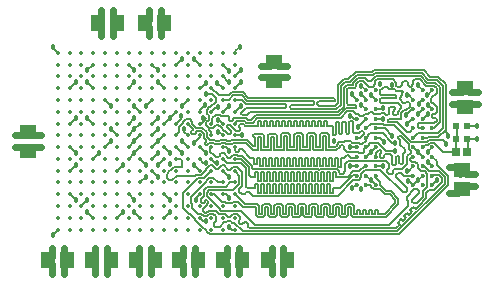
<source format=gtl>
%FSTAX23Y23*%
%MOIN*%
%SFA1B1*%

%IPPOS*%
%AMD10*
4,1,4,0.000000,-0.003500,0.003500,0.000000,0.000000,0.003500,-0.003500,0.000000,0.000000,-0.003500,0.0*
%
%AMD15*
4,1,4,0.003500,0.000000,0.000000,0.003500,-0.003500,0.000000,0.000000,-0.003500,0.003500,0.000000,0.0*
%
G04~CAMADD=10~10~0.0~50.2~0.0~0.0~0.0~0.0~0~0.0~0.0~0.0~0.0~0~0.0~0.0~0.0~0.0~0~0.0~0.0~0.0~225.0~50.2~0.0*
%ADD10D10*%
%ADD11C,0.013800*%
%ADD12C,0.014200*%
%ADD13R,0.057100X0.051200*%
%ADD14R,0.051200X0.057100*%
G04~CAMADD=15~10~0.0~50.2~0.0~0.0~0.0~0.0~0~0.0~0.0~0.0~0.0~0~0.0~0.0~0.0~0.0~0~0.0~0.0~0.0~315.0~50.2~0.0*
%ADD15D15*%
%ADD16R,0.025200X0.025200*%
%ADD17R,0.021700X0.023600*%
%ADD18C,0.005000*%
%ADD19C,0.024000*%
%ADD20C,0.018000*%
%LNdemo_board-1*%
%LPD*%
G54D10*
X04801Y02665D03*
X04794Y02672D03*
X04002Y02687D03*
X04009Y0268D03*
G54D11*
X03897Y02657D03*
X03937Y02696D03*
X03503Y02933D03*
X03543D03*
X03582D03*
X03622D03*
X03661D03*
X037D03*
X0374D03*
X03779D03*
X03818D03*
X03858D03*
X03897D03*
X03937D03*
X03976D03*
X04015D03*
X04055D03*
X04094D03*
X03503Y02893D03*
X03543D03*
X03582D03*
X03622D03*
X03661D03*
X037D03*
X0374D03*
X03779D03*
X03818D03*
X03858D03*
X03897D03*
X03937D03*
X03976D03*
X04015D03*
X04055D03*
X04094D03*
X03503Y02854D03*
X03543D03*
X03582D03*
X03622D03*
X03661D03*
X037D03*
X0374D03*
X03779D03*
X03818D03*
X03858D03*
X03897D03*
X03937D03*
X03976D03*
X04015D03*
X04055D03*
X04094D03*
X03503Y02815D03*
X03543D03*
X03582D03*
X03622D03*
X03661D03*
X037D03*
X0374D03*
X03779D03*
X03818D03*
X03858D03*
X03897D03*
X03937D03*
X03976D03*
X04015D03*
X04055D03*
X04094D03*
X03503Y02775D03*
X03543D03*
X03582D03*
X03622D03*
X03661D03*
X037D03*
X0374D03*
X03779D03*
X03818D03*
X03858D03*
X03897D03*
X03937D03*
X03976D03*
X04015D03*
X04055D03*
X04094D03*
X03503Y02736D03*
X03543D03*
X03582D03*
X03622D03*
X03661D03*
X037D03*
X0374D03*
X03779D03*
X03818D03*
X03858D03*
X03897D03*
X03937D03*
X03976D03*
X04015D03*
X04055D03*
X04094D03*
X03503Y02696D03*
X03543D03*
X03582D03*
X03622D03*
X03661D03*
X037D03*
X0374D03*
X03779D03*
X03818D03*
X03858D03*
X03897D03*
X03976D03*
X04015D03*
X04055D03*
X04094D03*
X03503Y02657D03*
X03543D03*
X03582D03*
X03622D03*
X03661D03*
X037D03*
X0374D03*
X03779D03*
X03818D03*
X03858D03*
X03937D03*
X03976D03*
X04015D03*
X04055D03*
X04094D03*
X03503Y02618D03*
X03543D03*
X03582D03*
X03622D03*
X03661D03*
X037D03*
X0374D03*
X03779D03*
X03818D03*
X03858D03*
X03897D03*
X03937D03*
X03976D03*
X04015D03*
X04055D03*
X04094D03*
X03503Y02578D03*
X03543D03*
X03582D03*
X03622D03*
X03661D03*
X037D03*
X0374D03*
X03779D03*
X03818D03*
X03858D03*
X03897D03*
X03937D03*
X03976D03*
X04015D03*
X04055D03*
X04094D03*
X03503Y02539D03*
X03543D03*
X03582D03*
X03622D03*
X03661D03*
X037D03*
X0374D03*
X03779D03*
X03818D03*
X03858D03*
X03897D03*
X03937D03*
X03976D03*
X04015D03*
X04055D03*
X04094D03*
X03503Y025D03*
X03543D03*
X03582D03*
X03622D03*
X03661D03*
X037D03*
X0374D03*
X03779D03*
X03818D03*
X03858D03*
X03897D03*
X03937D03*
X03976D03*
X04015D03*
X04055D03*
X04094D03*
X03503Y0246D03*
X03543D03*
X03582D03*
X03622D03*
X03661D03*
X037D03*
X0374D03*
X03779D03*
X03818D03*
X03858D03*
X03897D03*
X03937D03*
X03976D03*
X04055D03*
X03503Y02421D03*
X03543D03*
X03582D03*
X03622D03*
X03661D03*
X037D03*
X0374D03*
X03779D03*
X03818D03*
X03858D03*
X03897D03*
X03937D03*
X03976D03*
X04015D03*
X04055D03*
X04094D03*
X03503Y02381D03*
X03543D03*
X03582D03*
X03622D03*
X03661D03*
X037D03*
X0374D03*
X03779D03*
X03818D03*
X03858D03*
X03897D03*
X03937D03*
X03976D03*
X04015D03*
X04055D03*
X04094D03*
X03503Y02342D03*
X03543D03*
X03582D03*
X03622D03*
X03661D03*
X037D03*
X0374D03*
X03779D03*
X03818D03*
X03858D03*
X03897D03*
X03937D03*
X03976D03*
X04015D03*
X04055D03*
X04094D03*
Y0246D03*
X04015D03*
G54D12*
X04531Y02618D03*
Y02649D03*
Y02807D03*
X04563D03*
X04689D03*
X0472D03*
X04752D03*
X045Y02775D03*
X04531D03*
X04563D03*
X04689D03*
X0472D03*
X04531Y02744D03*
X04563D03*
X04689D03*
X0472D03*
X04752D03*
X045Y02712D03*
X04531D03*
X04563D03*
X04689D03*
X0472D03*
X04531Y02681D03*
X04563D03*
X04689D03*
X0472D03*
X04752D03*
X045Y02649D03*
X04563D03*
X04689D03*
X0472D03*
X045Y02618D03*
X04563D03*
X04689D03*
X0472D03*
X04752D03*
X045Y02586D03*
X04531D03*
X04563D03*
X04689D03*
X0472D03*
X04752D03*
X045Y02555D03*
X04531D03*
X04563D03*
X04689D03*
X0472D03*
X04752D03*
X045Y02523D03*
X04531D03*
X04563D03*
X04689D03*
X0472D03*
X04752D03*
X045Y02492D03*
X04531D03*
X04563D03*
X04689D03*
X0472D03*
X04752D03*
G54D13*
X04224Y02901D03*
Y02838D03*
X03405Y02606D03*
Y02669D03*
X04862Y02815D03*
Y02752D03*
X04852Y02477D03*
Y0254D03*
G54D14*
X03795Y03031D03*
X03858D03*
X03472Y0224D03*
X03535D03*
X03637Y03031D03*
X037D03*
X03763Y0224D03*
X03826D03*
X03618D03*
X03681D03*
X03909D03*
X03972D03*
X04055D03*
X04118D03*
X04204D03*
X04267D03*
G54D15*
X04544Y0263D03*
X04537Y02623D03*
X04542Y02661D03*
X04535Y02653D03*
G54D16*
X04868Y02602D03*
X04832D03*
G54D17*
X04831Y02645D03*
X04869D03*
Y02689D03*
X04831D03*
G54D18*
X03997Y02794D02*
X04017D01*
X03999Y02697D02*
Y027D01*
X04006Y02707*
Y02724*
X04001Y02729D02*
X04006Y02724D01*
X04001Y02729D02*
Y02742D01*
X04009Y0275*
X04011*
X0403Y02769*
Y02781*
X04017Y02794D02*
X0403Y02781D01*
X03994Y02714D02*
X03996Y02712D01*
X03989Y02714D02*
X03994D01*
X04019Y027D02*
Y02714D01*
X04015Y02696D02*
X04019Y027D01*
Y02714D02*
X0403Y02725D01*
X03976Y02736D02*
Y02742D01*
X03993Y02759*
X04032Y02753D02*
X04037D01*
X04015Y02736D02*
X04032Y02753D01*
X0404Y0279D02*
X04074D01*
X04015Y02815D02*
X0404Y0279D01*
X0398Y02696D02*
X03996Y02712D01*
X03999Y0269D02*
Y02695D01*
Y0269D02*
X04002Y02687D01*
X04009Y0268D02*
X04012Y02682D01*
X04646Y02713D02*
X04648Y02715D01*
X04607Y02713D02*
X04646D01*
X04603Y02709D02*
X04607Y02713D01*
X04627Y02753D02*
X04629Y02751D01*
Y02745D02*
Y02751D01*
X04621Y02736D02*
X04629Y02745D01*
X04611Y02753D02*
X04627D01*
X04621Y02728D02*
Y02736D01*
X04581Y02765D02*
X04638D01*
X04577Y02769D02*
X04581Y02765D01*
X04577Y02769D02*
Y02777D01*
X04638Y02765D02*
X04649Y02754D01*
X04676Y02668D02*
X04689Y02681D01*
X04669Y02668D02*
X04676D01*
X04635Y02702D02*
X04669Y02668D01*
X0466Y02765D02*
X04663Y02768D01*
X04672D02*
X04676Y02764D01*
X04663Y02768D02*
X04672D01*
X04655Y02765D02*
X0466D01*
X04643Y02777D02*
X04655Y02765D01*
X04643Y02777D02*
Y02783D01*
X04653Y02806D02*
X04655Y02804D01*
Y028D02*
Y02804D01*
X04652Y02798D02*
X04655Y028D01*
X04632Y02806D02*
X04653D01*
X04643Y02783D02*
X04652Y02792D01*
Y02798*
X04577Y02796D02*
Y02808D01*
Y02796D02*
X04581Y02792D01*
X04577Y02808D02*
X0458Y02811D01*
X04585*
X04581Y02792D02*
X0463D01*
X04628Y0281D02*
X04632Y02806D01*
X04609Y0281D02*
X04628D01*
X04637Y02817D02*
X04645D01*
X04632Y02823D02*
X04637Y02817D01*
X04601D02*
X04609Y0281D01*
X04592Y02817D02*
X04601D01*
X04585Y02811D02*
X04592Y02817D01*
X0463Y02792D02*
X04632Y0279D01*
X04607Y02729D02*
Y02749D01*
X04577Y02727D02*
X04582Y02731D01*
X04559Y02727D02*
X04577D01*
X04582Y02731D02*
X04591D01*
X04469Y02737D02*
X04489D01*
X04498Y02727*
X04505*
X0451Y02722*
X0452*
X04527Y02729*
X04537*
X04446Y02714D02*
X04469Y02737D01*
X04485Y02704D02*
X04487Y02701D01*
X04477Y02704D02*
X04485D01*
X04475Y02701D02*
X04477Y02704D01*
X04475Y02666D02*
Y02701D01*
X04472Y02663D02*
X04475Y02666D01*
X04467Y02663D02*
X04472D01*
X04463Y02667D02*
X04467Y02663D01*
X04463Y02667D02*
Y027D01*
X0446Y02703D02*
X04463Y027D01*
X04455Y02703D02*
X0446D01*
X04452Y027D02*
X04455Y02703D01*
X04503Y02685D02*
D01*
X04514Y02672D02*
X04519D01*
X04507Y02665D02*
X04514Y02672D01*
X0449Y02665D02*
X04507D01*
X04487Y02668D02*
Y02701D01*
X04503Y02685D02*
X04531Y02712D01*
X04487Y02668D02*
X0449Y02665D01*
X04591Y02731D02*
X04598Y02724D01*
X0455Y02736D02*
X04559Y02727D01*
X04544Y02736D02*
X0455D01*
X04537Y02729D02*
X04544Y02736D01*
X04763Y02641D02*
X04787D01*
X04799Y02629*
X04801Y02658D02*
X04804Y02656D01*
X04771Y02651D02*
X04797Y02676D01*
X04767Y02651D02*
X04771D01*
X04787Y0268D02*
Y02823D01*
X0477Y02664D02*
X04787Y0268D01*
X04703Y02664D02*
X0477D01*
X04757Y02681D02*
X04777Y027D01*
X04752Y02681D02*
X04757D01*
X04801Y02658D02*
Y02665D01*
X04797Y02676D02*
Y02827D01*
X04777Y027D02*
Y02819D01*
X04766Y02705D02*
Y02712D01*
X04759Y02698D02*
X04766Y02705D01*
X04835Y02645D02*
Y02689D01*
X04831Y02606D02*
X04835Y02603D01*
X04832Y02602D02*
X04832Y02603D01*
X04835*
X04831Y02606D02*
Y02645D01*
X04788Y02602D02*
X04832D01*
X04758Y02632D02*
X04788Y02602D01*
X04762Y02642D02*
X04763Y02641D01*
X04766Y02652D02*
X04767Y02651D01*
X04741Y02642D02*
X04762D01*
X04737Y02652D02*
X04766D01*
X04794Y02672D02*
X04801Y02665D01*
X04002Y02687D02*
X04009Y0268D01*
X04563Y02586D02*
Y02598D01*
X04655Y02566D02*
Y02594D01*
X04638Y02648D02*
X04645Y02641D01*
Y02626D02*
X04661Y0261D01*
X04655Y02594D02*
X04661Y026D01*
Y0261*
X04645Y02626D02*
Y02641D01*
X04646Y02656D02*
X04674Y02628D01*
Y02612D02*
Y02628D01*
X04669Y02563D02*
Y02587D01*
X04651Y02545D02*
X04669Y02563D01*
Y02587D02*
X04681Y02599D01*
X04674Y02612D02*
X04681Y02605D01*
Y02599D02*
Y02605D01*
X04684Y02569D02*
X04694D01*
X04679Y02574D02*
X04684Y02569D01*
X04679Y02574D02*
Y0258D01*
X04685Y02586*
X04689*
X04638Y02653D02*
X04641Y02656D01*
X04646*
X04625Y02692D02*
X04674Y02643D01*
X0459Y02692D02*
X04625D01*
X04674Y02643D02*
Y02643D01*
Y02643D02*
X04682Y02635D01*
X04734D02*
X04741Y02642D01*
X04682Y02635D02*
X04734D01*
X04587Y02696D02*
X0459Y02692D01*
X04548Y02696D02*
X04587D01*
X04547Y02696D02*
X04548Y02696D01*
X04734Y02649D02*
X04737Y02652D01*
X0472Y02649D02*
X04734D01*
X04745Y02632D02*
X04758D01*
X04738Y02625D02*
X04745Y02632D01*
X04727Y02625D02*
X04738D01*
X0472Y02618D02*
X04727Y02625D01*
X04605Y02702D02*
X04635D01*
X04603Y02705D02*
X04605Y02702D01*
X04593Y02681D02*
X04619Y02655D01*
X04563Y02681D02*
X04593D01*
X04752Y02586D02*
X04767Y0257D01*
X04804Y02491D02*
Y02523D01*
X04767Y0257D02*
D01*
Y02559D02*
Y0257D01*
Y02559D02*
X04782Y02544D01*
X04782*
X04804Y02523*
X04794Y02496D02*
Y02518D01*
X04752Y02524D02*
X04774D01*
X04784Y025D02*
Y02514D01*
X04774Y02538D02*
X04778Y02534D01*
X04778*
X04794Y02518*
X04774Y02524D02*
X04784Y02514D01*
X0474Y02538D02*
X04774D01*
X04039Y02673D02*
X04055Y02657D01*
X04563Y02744D02*
X04586D01*
X04096Y02535D02*
X04097Y02536D01*
X04537Y02623D02*
X04544Y0263D01*
X04535Y02653D02*
X04542Y02661D01*
X04873Y02645D02*
X04901D01*
X04872Y02645D02*
X04873Y02645D01*
X04872Y02602D02*
Y02645D01*
X04873Y02689D02*
X04901D01*
X04001Y02624D02*
X04009Y02632D01*
X03996Y02624D02*
X04001D01*
X03993Y02627D02*
X03996Y02624D01*
X04009Y02632D02*
X04021D01*
X03993Y02627D02*
Y02631D01*
X03997Y02635*
X04102Y02631D02*
X0413D01*
X041Y02632D02*
X04102Y02631D01*
X04159Y02663D02*
X04184D01*
X04155Y02659D02*
X04159Y02663D01*
X04155Y02654D02*
Y02659D01*
Y02654D02*
X04158Y0265D01*
X04158*
X0416Y0262D02*
Y02648D01*
X04158Y0265D02*
X0416Y02648D01*
X03884Y02546D02*
X03891Y02553D01*
X03883Y02546D02*
X03884D01*
X03872Y02536D02*
X03883Y02546D01*
X03872Y02533D02*
Y02536D01*
X03866Y02526D02*
X03872Y02533D01*
X03897Y02578D02*
X03913D01*
X03919Y02572*
Y02553D02*
Y02572D01*
X03917Y02551D02*
X03919Y02553D01*
X03906Y02551D02*
X03917D01*
X03897Y02618D02*
X03917Y02598D01*
X03903Y02553D02*
X03906Y02551D01*
X03891Y02553D02*
X03903D01*
X03885Y02507D02*
X039Y02523D01*
X03874Y02507D02*
X03885D01*
X03866Y02515D02*
X03874Y02507D01*
X039Y02523D02*
X0396D01*
X03962Y02525*
X03932Y02475D02*
X03951Y02494D01*
X03931Y02475D02*
X03932D01*
X03922Y02466D02*
X03931Y02475D01*
X03922Y02415D02*
Y02466D01*
X03866Y02515D02*
Y02526D01*
X03956Y02559D02*
X03976Y02539D01*
X03962Y02525D02*
X03982D01*
X03998Y0254*
Y02545*
X03991Y02515D02*
X04015Y02539D01*
X03971Y02515D02*
X03991D01*
X03951Y02495D02*
X03971Y02515D01*
X03917Y02755D02*
D01*
X03937Y02775*
X04039Y02712D02*
X04055Y02696D01*
X03798Y02755D02*
X03818Y02775D01*
X03798Y02755D02*
X03798D01*
X0465Y02562D02*
X04655Y02566D01*
X04055Y02893D02*
X04075Y02873D01*
Y02873D02*
Y02873D01*
X04094Y02937D02*
X0411Y02952D01*
X04114Y02874D02*
D01*
X04072Y02836D02*
X04073D01*
X04055Y02854D02*
X04072Y02836D01*
X04658Y02839D02*
X04665D01*
X04652Y02833D02*
X04658Y02839D01*
X04652Y02824D02*
Y02833D01*
X04676Y02819D02*
X04681D01*
X0467Y02825D02*
X04676Y02819D01*
X0467Y02825D02*
Y02834D01*
X04665Y02839D02*
X0467Y02834D01*
X04688Y02837D02*
X04694Y02844D01*
X0471*
X04681Y02819D02*
X04688Y02827D01*
Y02837*
X04645Y02817D02*
X04652Y02824D01*
X04632Y02823D02*
Y02833D01*
X04622Y02844D02*
X04632Y02833D01*
X04568Y02844D02*
X04622D01*
X04749Y0278D02*
X04766Y02798D01*
X04749Y02768D02*
Y0278D01*
X04766Y02735D02*
Y02751D01*
X04756Y0276D02*
X04766Y02751D01*
X04756Y0276D02*
D01*
X04749Y02768D02*
X04756Y0276D01*
X04749Y0278D02*
D01*
X04766Y02798D02*
Y02816D01*
X04703Y02684D02*
Y02695D01*
X04705Y02698*
X04703Y02684D02*
X04706Y02681D01*
X04705Y02698D02*
X04733D01*
X04734Y02698D02*
X04759D01*
X0472Y02681D02*
D01*
X04706D02*
X0472D01*
X04733Y02698D02*
X04734Y02698D01*
X04077Y02705D02*
X04083D01*
X04074Y02708D02*
X04077Y02705D01*
X04074Y02708D02*
Y02718D01*
X04049Y02721D02*
X04071D01*
X0403Y02725D02*
X04046D01*
X04049Y02721*
X04071D02*
X04074Y02718D01*
X04632Y02782D02*
Y0279D01*
X0463Y0278D02*
X04632Y02782D01*
X0458Y0278D02*
X0463D01*
X04577Y02777D02*
X0458Y0278D01*
X04563Y02598D02*
X04574Y02609D01*
X04563Y02586D02*
X04563D01*
X04638Y02648D02*
Y02653D01*
X0457Y02632D02*
X04597Y02606D01*
X04611Y02596D02*
X04619Y02588D01*
Y0256D02*
Y02588D01*
Y0256D02*
X04621Y02558D01*
X04628*
X0463Y02561*
Y02586*
X04633Y02589*
X04638*
X04642Y02585*
Y02565D02*
Y02585D01*
Y02565D02*
X04646Y02562D01*
X0465*
X04598Y02596D02*
X04611D01*
X04589Y02582D02*
X04592Y02585D01*
X04582Y02582D02*
X04589D01*
X04578Y02586D02*
X04582Y02582D01*
X04592Y0259D02*
X04598Y02596D01*
X04592Y02585D02*
Y0259D01*
X04578Y02586D02*
Y02594D01*
X04582Y02598*
Y02606*
X0458Y02609D02*
X04582Y02606D01*
X04574Y02609D02*
X0458D01*
X04597Y02606D02*
X04626D01*
X04586Y02664D02*
X04618Y02632D01*
X04628*
X04083Y028D02*
X04121D01*
X04074Y0279D02*
X04083Y028D01*
X04556Y02874D02*
X04723D01*
X04121Y028D02*
X04138Y02783D01*
X04422*
X04426Y02779*
Y02773D02*
Y02779D01*
X04423Y0277D02*
X04426Y02773D01*
X04373Y0277D02*
X04423D01*
X04368Y02765D02*
X04373Y0277D01*
X04368Y0276D02*
Y02765D01*
Y0276D02*
X04374Y02754D01*
X04428*
X04437Y02764*
Y02824*
X04458Y02845*
X04472*
X04496Y02869*
X04551*
X04556Y02874*
X04281Y02758D02*
X04353D01*
X04357Y02762*
X04134Y02772D02*
X04353D01*
X04357Y02768*
Y02762D02*
Y02768D01*
X04276Y0275D02*
Y02753D01*
X04281Y02758*
X04088Y0279D02*
X04117D01*
X04073Y02775D02*
X04088Y0279D01*
X04055Y02775D02*
X04073D01*
X0456Y02864D02*
X04718D01*
X04276Y0275D02*
X04282Y02744D01*
X04432*
X04447Y02759*
Y0282*
X04462Y02835*
X04476*
X045Y02859*
X04555*
X0456Y02864*
X0413Y02762D02*
X04261D01*
X0413Y02749D02*
X04261D01*
Y02762D02*
X04265Y02758D01*
Y02753D02*
Y02758D01*
X04261Y02749D02*
X04265Y02753D01*
X04143Y02734D02*
X04438D01*
X04133Y02724D02*
X04143Y02734D01*
X0412Y02724D02*
X04133D01*
X0413Y02749D02*
Y02749D01*
X04771Y02853D02*
X04797Y02827D01*
X04723Y02874D02*
X04743Y02853D01*
X04771*
X04766Y02843D02*
X04787Y02823D01*
X04718Y02864D02*
X04739Y02843D01*
X04766*
X04564Y02854D02*
X04714D01*
X04762Y02833D02*
X04777Y02819D01*
X04714Y02854D02*
X04735Y02833D01*
X04762*
X04759Y02822D02*
X04766Y02816D01*
X04732Y02822D02*
X04759D01*
X0471Y02844D02*
X04732Y02822D01*
X04706Y02762D02*
X04719Y02775D01*
X04736Y02758D02*
X04737D01*
X04736Y02728D02*
D01*
X04752Y02719D02*
X04755Y02716D01*
X04752Y02719D02*
Y02727D01*
X04755Y02729*
X04527Y02849D02*
X04537Y02838D01*
X04549*
X04564Y02854*
X04504Y02849D02*
X04527D01*
X04489Y02833D02*
X04504Y02849D01*
X04489Y02826D02*
Y02833D01*
X04488Y02825D02*
X04489Y02826D01*
X04466Y02825D02*
X04488D01*
X04457Y02816D02*
X04466Y02825D01*
X04117Y02775D02*
X0413Y02762D01*
X04457Y02753D02*
Y02816D01*
X04438Y02734D02*
X04457Y02753D01*
X04115Y02729D02*
X0412Y02724D01*
X04115Y02729D02*
X04115D01*
X04115D02*
Y02733D01*
X04123Y02741*
Y02741*
X0413Y02749*
X04562Y02837D02*
X04568Y02844D01*
X04562Y02829D02*
Y02837D01*
X04553Y02819D02*
X04562Y02829D01*
X04542Y02819D02*
X04553D01*
X04522Y02839D02*
X04542Y02819D01*
X04508Y02839D02*
X04522D01*
X04499Y02829D02*
X04508Y02839D01*
X04499Y02821D02*
Y02829D01*
X04493Y02815D02*
X04499Y02821D01*
X04471Y02815D02*
X04493D01*
X04467Y02811D02*
X04471Y02815D01*
X04472Y02759D02*
X04497D01*
X04467Y02764D02*
X04472Y02759D01*
X04467Y02764D02*
Y02811D01*
X04762Y02716D02*
X04766Y02712D01*
X04755Y02716D02*
X04762D01*
X0476Y02729D02*
X04766Y02735D01*
X04755Y02729D02*
X0476D01*
X04499Y02749D02*
Y02757D01*
X04497Y02759D02*
X04499Y02757D01*
X04497Y02747D02*
X04499Y02749D01*
X04092Y02714D02*
X04131D01*
X04465Y02747D02*
X04497D01*
X04442Y02724D02*
X04465Y02747D01*
X04164Y02724D02*
X04442D01*
X04149Y02709D02*
X04164Y02724D01*
X04137Y02709D02*
X04149D01*
X04131Y02714D02*
X04137Y02709D01*
X04083Y02705D02*
X04092Y02714D01*
X04102Y02704D02*
X04127D01*
X04094Y02696D02*
X04102Y02704D01*
X04112Y02694D02*
X04123D01*
X04107Y02689D02*
X04112Y02694D01*
X04123D02*
X04128Y02689D01*
X04127Y02704D02*
X04132Y02699D01*
X04735Y02791D02*
X04736D01*
X04752Y02807*
X04737Y02758D02*
X04752Y02744D01*
X04719Y02775D02*
X0472D01*
X04676Y02752D02*
Y02764D01*
X04649Y02748D02*
Y02754D01*
X04636Y02735D02*
X04649Y02748D01*
X04636Y02728D02*
Y02735D01*
X04665Y0274D02*
X04676Y02752D01*
X04598Y02724D02*
X04602D01*
X04607Y02729*
Y02749D02*
X04611Y02753D01*
X04625Y02724D02*
X04632D01*
X04621Y02728D02*
X04625Y02724D01*
X04632D02*
X04636Y02728D01*
X04168Y02714D02*
X04446D01*
X04153Y02699D02*
X04168Y02714D01*
X04132Y02699D02*
X04153D01*
X04658Y0274D02*
X04665D01*
X04648Y02731D02*
X04658Y0274D01*
X04648Y02715D02*
Y02731D01*
X04603Y02705D02*
Y02709D01*
X0444Y02703D02*
X04441Y02701D01*
X04433Y02703D02*
X0444D01*
X04431Y02701D02*
X04433Y02703D01*
X04128Y02689D02*
X04165D01*
X04172*
Y02704*
X04182*
Y02689D02*
Y02704D01*
Y02689D02*
X04192D01*
Y02704*
X04202*
Y02689D02*
Y02704D01*
Y02689D02*
X04212D01*
Y02704*
X04222*
Y02689D02*
Y02704D01*
Y02689D02*
X04232D01*
Y02704*
X04242*
Y02689D02*
Y02704D01*
Y02689D02*
X04252D01*
Y02704*
X04262*
Y02689D02*
Y02704D01*
Y02689D02*
X04272D01*
Y02704*
X04282*
Y02689D02*
Y02704D01*
Y02689D02*
X04292D01*
Y02704*
X04302*
Y02689D02*
Y02704D01*
Y02689D02*
X04312D01*
Y02704*
X04322*
Y02689D02*
Y02704D01*
Y02689D02*
X04332D01*
Y02704*
X04342*
Y02689D02*
Y02704D01*
Y02689D02*
X04352D01*
Y02704*
X04362*
Y02689D02*
Y02704D01*
Y02689D02*
X04372D01*
Y02704*
X04382*
Y02689D02*
Y02704D01*
Y02689D02*
X04392D01*
Y02704*
X04402*
Y02689D02*
Y02704D01*
Y02689D02*
X04412D01*
X04417*
X0442Y0266D02*
Y02687D01*
X04417Y02689D02*
X0442Y02687D01*
X04431Y02661D02*
Y02701D01*
X0442Y0266D02*
X04422Y02658D01*
X04428*
X04431Y02661*
X04441Y02665D02*
Y02701D01*
Y02665D02*
X04444Y02663D01*
X04449*
X04452Y02666*
Y027*
X04476Y0272D02*
X04482D01*
X0449Y02712*
X045*
X04519Y02672D02*
X04523Y02668D01*
Y02661D02*
Y02668D01*
X0451Y02649D02*
X04523Y02661D01*
X045Y02649D02*
X0451D01*
X04109Y02672D02*
X04112Y02675D01*
X04107Y02685D02*
Y02689D01*
Y02685D02*
X04112Y0268D01*
Y02675D02*
Y0268D01*
X04098Y02672D02*
X04109D01*
X04077Y02693D02*
X04098Y02672D01*
X04082Y02665D02*
Y0267D01*
X04076Y0266D02*
X04082Y02665D01*
X04072Y0266D02*
X04076D01*
X04068Y0269D02*
X04072Y02693D01*
X04068Y02684D02*
Y0269D01*
Y02684D02*
X04082Y0267D01*
X04072Y02693D02*
X04077D01*
X04061Y02671D02*
X04072Y0266D01*
X04059Y02671D02*
X04061D01*
X04046Y02685D02*
X04059Y02671D01*
X04046Y02685D02*
D01*
X04039Y02692D02*
X04046Y02685D01*
X04031Y02692D02*
X04039D01*
X04021Y02682D02*
X04031Y02692D01*
X04012Y02682D02*
X04021D01*
X04009Y02674D02*
Y0268D01*
Y02674D02*
X04015Y02668D01*
Y02657D02*
Y02668D01*
X04521Y02597D02*
X04525Y02601D01*
X04509Y02597D02*
X04521D01*
X04503Y02603D02*
X04509Y02597D01*
X0448Y02637D02*
X04485Y02632D01*
X04459Y02637D02*
X0448D01*
X04456Y02634D02*
X04459Y02637D01*
X04511Y02627D02*
X04519D01*
X04506Y02632D02*
X04511Y02627D01*
X04519D02*
X04531Y02638D01*
X04155Y0262D02*
X0416D01*
X04134Y02641D02*
X04155Y0262D01*
X04153Y02608D02*
X04169D01*
X04485Y02632D02*
X04506D01*
X04531Y02638D02*
Y02649D01*
X04441Y02634D02*
X04456D01*
X04486Y02603D02*
X04503D01*
X04484Y02601D02*
X04486Y02603D01*
X04525Y02601D02*
Y02612D01*
X04469Y02601D02*
X04484D01*
X04454Y02624D02*
X04459Y02619D01*
Y02611D02*
Y02619D01*
Y02611D02*
X04469Y02601D01*
X04398Y02608D02*
X04432D01*
X04443Y02618*
X04447Y02624D02*
X04454D01*
X04443Y0262D02*
X04447Y02624D01*
X04443Y02618D02*
Y0262D01*
X04396Y02609D02*
X04398Y02608D01*
X04396Y02609D02*
Y02654D01*
X04387D02*
X04396D01*
X04387Y02609D02*
Y02654D01*
X04385Y02608D02*
X04387Y02609D01*
X04356Y02608D02*
X04385D01*
X04353Y02611D02*
X04356Y02608D01*
X04353Y02611D02*
Y02654D01*
X04343D02*
X04353D01*
X04343Y02609D02*
Y02654D01*
X04342Y02608D02*
X04343Y02609D01*
X04311Y02608D02*
X04342D01*
X0431Y02609D02*
X04311Y02608D01*
X0431Y02609D02*
Y02654D01*
X043D02*
X0431D01*
X043Y02609D02*
Y02654D01*
X04299Y02608D02*
X043Y02609D01*
X04268Y02608D02*
X04299D01*
X04266Y02609D02*
X04268Y02608D01*
X04266Y02609D02*
Y02654D01*
X04257D02*
X04266D01*
X04257Y02609D02*
Y02653D01*
X04255Y02608D02*
X04257Y02609D01*
X04224Y02608D02*
X04255D01*
X04223Y02609D02*
X04224Y02608D01*
X04223Y02609D02*
Y02653D01*
X04213D02*
X04223D01*
X04213Y02608D02*
Y02653D01*
X04212Y02608D02*
X04213Y02608D01*
X04406Y02618D02*
X04428D01*
X04433Y02622*
Y02626*
X04441Y02634*
X044Y02664D02*
X04406Y02658D01*
X04382Y02664D02*
X044D01*
X04376Y02658D02*
X04382Y02664D01*
X04339Y02664D02*
X04357D01*
X04363Y02658*
X04314Y02664D02*
X0432Y02658D01*
X04296Y02664D02*
X04314D01*
X04333Y02658D02*
X04339Y02664D01*
X0427Y02664D02*
X04276Y02658D01*
X0429D02*
X04296Y02664D01*
X04252Y02664D02*
X0427D01*
X04246Y02657D02*
X04252Y02664D01*
X04209Y02663D02*
X04227D01*
X04233Y02657*
X04406Y02618D02*
Y02658D01*
X04363Y02618D02*
Y02658D01*
X04377Y02618D02*
Y02658D01*
X04363Y02618D02*
X04377D01*
X0432D02*
Y02658D01*
X0429Y02618D02*
Y02657D01*
X04333Y02618D02*
Y02658D01*
X04233Y02618D02*
Y02657D01*
X04276Y02618D02*
Y02658D01*
Y02618D02*
X0429D01*
X0432D02*
X04333D01*
X04233D02*
X04247D01*
Y02657*
X03985Y02682D02*
X04001Y02667D01*
Y02651D02*
Y02667D01*
X03951Y02696D02*
X03965Y02682D01*
X03985*
X04184Y02663D02*
X0419Y02657D01*
X04203Y02657D02*
X04209Y02663D01*
X04045Y02642D02*
X04065D01*
X04084D02*
X04104D01*
X03943Y02711D02*
X03951Y02702D01*
X03931Y02711D02*
X03943D01*
X03951Y02696D02*
Y02702D01*
X03922D02*
X03931Y02711D01*
X03922Y02697D02*
Y02702D01*
X03908Y02684D02*
X03922Y02697D01*
X03908Y02668D02*
Y02684D01*
X03897Y02657D02*
X03908Y02668D01*
X0419Y02618D02*
Y02657D01*
X04203Y02618D02*
Y02657D01*
X04104Y02642D02*
X04106Y02641D01*
X04079Y02637D02*
X04084Y02642D01*
X0419Y02618D02*
X04203D01*
X04106Y02641D02*
X04134D01*
X04065Y02642D02*
X04069Y02638D01*
X0404Y02637D02*
X04045Y02642D01*
X04025D02*
X0403Y02637D01*
X04001Y02651D02*
X0401Y02642D01*
X04025*
X04071Y02638D02*
X04071Y02637D01*
X04079*
X04069Y02638D02*
X04071D01*
X0403Y02637D02*
X0404D01*
X0418Y02609D02*
Y02653D01*
X04181Y02608D02*
X04212D01*
X0417Y02653D02*
X0418D01*
X03997Y02635D02*
Y02641D01*
X03982Y02671D02*
X0399Y02663D01*
Y02648D02*
X03997Y02641D01*
X04088Y02632D02*
X041D01*
X04061D02*
X04065Y02628D01*
X04049Y02632D02*
X04061D01*
X03969Y02671D02*
X03982D01*
X03954Y02674D02*
Y02679D01*
X03949Y0267D02*
X03954Y02674D01*
X03937Y02696D02*
X03954Y02679D01*
X0396Y02662D02*
X03969Y02671D01*
X03952Y02662D02*
X0396D01*
X0399Y02648D02*
Y02663D01*
X03949Y02665D02*
Y0267D01*
Y02665D02*
X03952Y02662D01*
X0417Y02608D02*
Y02653D01*
X0413Y02631D02*
X04153Y02608D01*
X04083Y02627D02*
X04088Y02632D01*
X04169Y02608D02*
X0417Y02608D01*
X0418Y02609D02*
X04181Y02608D01*
X04067Y02627D02*
X04083D01*
X04044D02*
X04049Y02632D01*
X04021D02*
X04026Y02627D01*
X04067Y02628D02*
X04067Y02627D01*
X04065Y02628D02*
X04067D01*
X04026Y02627D02*
X04044D01*
X03925Y02669D02*
Y02677D01*
Y02669D02*
X03937Y02657D01*
X04481Y02583D02*
X04496D01*
X04472Y02591D02*
X04481Y02583D01*
X04467Y02591D02*
X04472D01*
X04458Y02583D02*
X04467Y02591D01*
X04454Y02583D02*
X04458D01*
X04448D02*
X04454D01*
X04448Y02553D02*
Y02583D01*
X04438Y02553D02*
X04448D01*
X04438D02*
Y02583D01*
X04428D02*
X04438D01*
X04428Y02554D02*
Y02583D01*
X04418Y02554D02*
X04428D01*
X04418D02*
Y02583D01*
X04408D02*
X04418D01*
X04408Y02554D02*
Y02583D01*
X04398Y02554D02*
X04408D01*
X04398D02*
Y02583D01*
X04388D02*
X04398D01*
X04388Y02554D02*
Y02583D01*
X04378Y02554D02*
X04388D01*
X04378D02*
Y02583D01*
X04368D02*
X04378D01*
X04368Y02554D02*
Y02583D01*
X04358Y02554D02*
X04368D01*
X04358D02*
Y02583D01*
X04348D02*
X04358D01*
X04348Y02554D02*
Y02583D01*
X04338Y02554D02*
X04348D01*
X04338D02*
Y02583D01*
X04328D02*
X04338D01*
X04328Y02554D02*
Y02583D01*
X04318Y02554D02*
X04328D01*
X04318D02*
Y02583D01*
X04308D02*
X04318D01*
X04308Y02554D02*
Y02583D01*
X04298Y02554D02*
X04308D01*
X04298D02*
Y02583D01*
X04288D02*
X04298D01*
X04288Y02554D02*
Y02583D01*
X04278Y02554D02*
X04288D01*
X04278D02*
Y02583D01*
X04268D02*
X04278D01*
X04268Y02554D02*
Y02583D01*
X04258Y02554D02*
X04268D01*
X04258D02*
Y02583D01*
X04248D02*
X04258D01*
X04248Y02554D02*
Y02583D01*
X04238Y02554D02*
X04248D01*
X04238D02*
Y02583D01*
X04228D02*
X04238D01*
X04228Y02554D02*
Y02583D01*
X04218Y02554D02*
X04228D01*
X04218D02*
Y02583D01*
X04208D02*
X04218D01*
X04208Y02554D02*
Y02583D01*
X04198Y02554D02*
X04208D01*
X04198D02*
Y02583D01*
X04188D02*
X04198D01*
X04188Y02554D02*
Y02583D01*
X04178Y02554D02*
X04188D01*
X04178D02*
Y02583D01*
X04168D02*
X04178D01*
X04168Y02563D02*
Y02583D01*
X04158Y02563D02*
X04168D01*
X04158D02*
Y02583D01*
X04148D02*
X04158D01*
X04143D02*
X04148D01*
X04464Y02566D02*
X0447Y02572D01*
X04464Y02566D02*
D01*
X04462Y02564D02*
X04464Y02566D01*
X04462Y02538D02*
Y02564D01*
X04453Y02529D02*
X04462Y02538D01*
X04479Y02555D02*
X045D01*
X04116Y0261D02*
X04143Y02583D01*
X0411Y0261D02*
X04116D01*
X04104Y02603D02*
X0411Y0261D01*
X04094Y02607D02*
Y02618D01*
Y02607D02*
X04098Y02603D01*
X04104*
X04152Y02547D02*
X04155Y02544D01*
X04079Y02583D02*
X04088Y02593D01*
X04152Y02547D02*
Y02555D01*
X04119Y02588D02*
X04152Y02555D01*
X04104Y02588D02*
X04119D01*
X041Y02593D02*
X04104Y02588D01*
X04088Y02593D02*
X041D01*
X04496Y02583D02*
X045Y02586D01*
X04132Y02486D02*
Y02547D01*
Y02486D02*
X04137Y0248D01*
X04115Y02564D02*
X04132Y02547D01*
X04616Y02527D02*
X04621Y02532D01*
Y0254*
X04626Y02545*
X04651*
X04608Y02527D02*
X04616D01*
X04639Y02533D02*
X04648D01*
X04632Y02526D02*
X04639Y02533D01*
X04632Y02518D02*
Y02526D01*
X04155Y02544D02*
X04374D01*
X04155Y02544D02*
X04155Y02544D01*
X04434D02*
X0444Y02538D01*
Y02534D02*
Y02538D01*
Y02534D02*
X04445Y02529D01*
X04453*
X04376Y02544D02*
X04434D01*
X04375Y02543D02*
X04376Y02544D01*
X04375Y02543D02*
D01*
X04374Y02544D02*
X04375Y02543D01*
X04601Y02534D02*
X04608Y02527D01*
X04632Y02518D02*
X04669Y02482D01*
X04585Y02536D02*
X04653Y02468D01*
X04601Y02534D02*
Y02542D01*
X04606Y02547*
Y02563*
X04648Y02533D02*
X04659Y02522D01*
X04688D02*
X04689Y02523D01*
X04659Y02522D02*
X04688D01*
X04527Y0254D02*
X04579D01*
X04514Y02527D02*
X04527Y0254D01*
X04509Y02538D02*
X04526Y02555D01*
X04488Y02538D02*
X04509D01*
X04579Y0254D02*
X04584Y02536D01*
X04585*
X04689Y02586D02*
D01*
X04694Y02569D02*
X04704Y0256D01*
Y02547D02*
Y0256D01*
X04664Y02468D02*
X04669Y02473D01*
X04653Y02468D02*
X04664D01*
X04669Y02473D02*
Y02482D01*
X04691Y02477D02*
X04701D01*
X04666Y02451D02*
X04691Y02477D01*
X04666Y02441D02*
Y02451D01*
Y02441D02*
X04671Y02437D01*
X04597Y02572D02*
X04606Y02563D01*
X0447Y02572D02*
X04597D01*
X04563Y02555D02*
X04588D01*
X04589Y02554*
X04056Y02599D02*
X04071Y02583D01*
X04046Y02599D02*
X04056D01*
X04043Y02596D02*
X04046Y02599D01*
X04043Y02588D02*
Y02596D01*
X04039Y02584D02*
X04043Y02588D01*
X0403Y02584D02*
X04039D01*
X04024Y0259D02*
X0403Y02584D01*
X04071Y02583D02*
X04079D01*
X04015Y02578D02*
X04027Y02566D01*
X04035*
X04024Y0259D02*
Y0259D01*
X04012Y02602D02*
X04024Y0259D01*
X04012Y02602D02*
Y02614D01*
X04015Y02618*
X04433Y02519D02*
X0447D01*
X04146D02*
X04155D01*
X0443D02*
X04433D01*
X0443D02*
Y02534D01*
X0442D02*
X0443D01*
X0442Y02519D02*
Y02534D01*
Y02505D02*
Y02519D01*
X0441Y02505D02*
X0442D01*
X0441D02*
Y02519D01*
Y02534*
X044D02*
X0441D01*
X044Y02519D02*
Y02534D01*
Y02505D02*
Y02519D01*
X0439Y02505D02*
X044D01*
X0439D02*
Y02519D01*
Y02534*
X0438D02*
X0439D01*
X0438Y02519D02*
Y02534D01*
Y02505D02*
Y02519D01*
X0437Y02505D02*
X0438D01*
X0437D02*
Y02519D01*
Y02534*
X0436D02*
X0437D01*
X0436Y02519D02*
Y02534D01*
Y02505D02*
Y02519D01*
X0435Y02505D02*
X0436D01*
X0435D02*
Y02519D01*
Y02534*
X0434D02*
X0435D01*
X0434Y02519D02*
Y02534D01*
Y02505D02*
Y02519D01*
X0433Y02505D02*
X0434D01*
X0433D02*
Y02519D01*
Y02534*
X0432D02*
X0433D01*
X0432Y02519D02*
Y02534D01*
Y02505D02*
Y02519D01*
X0431Y02505D02*
X0432D01*
X0431D02*
Y02519D01*
Y02534*
X043D02*
X0431D01*
X043Y02519D02*
Y02534D01*
Y02505D02*
Y02519D01*
X0429Y02505D02*
X043D01*
X0429D02*
Y02519D01*
Y02534*
X0428D02*
X0429D01*
X0428Y02519D02*
Y02534D01*
Y02505D02*
Y02519D01*
X0427Y02505D02*
X0428D01*
X0427D02*
Y02519D01*
Y02534*
X0426D02*
X0427D01*
X0426Y02519D02*
Y02534D01*
Y02505D02*
Y02519D01*
X0425Y02505D02*
X0426D01*
X0425D02*
Y02519D01*
Y02534*
X0424D02*
X0425D01*
X0424Y02519D02*
Y02534D01*
Y02505D02*
Y02519D01*
X0423Y02505D02*
X0424D01*
X0423D02*
Y02519D01*
Y02534*
X0422D02*
X0423D01*
X0422Y02519D02*
Y02534D01*
Y02505D02*
Y02519D01*
X0421Y02505D02*
X0422D01*
X0421D02*
Y02519D01*
Y02534*
X042D02*
X0421D01*
X042Y02519D02*
Y02534D01*
Y02505D02*
Y02519D01*
X0419Y02505D02*
X042D01*
X0419D02*
Y02519D01*
Y02534*
X0418D02*
X0419D01*
X0418Y02519D02*
Y02534D01*
Y02505D02*
Y02519D01*
X0417Y02505D02*
X0418D01*
X0417D02*
Y02519D01*
Y02534*
X0416D02*
X0417D01*
X0416Y02519D02*
Y02534D01*
X04155Y02519D02*
X0416D01*
X04142Y02524D02*
X04146Y02519D01*
X04142Y02524D02*
Y02551D01*
X04118Y02489D02*
Y02535D01*
X04096Y02535D02*
X04108Y02522D01*
Y02494D02*
Y02522D01*
X0447Y02519D02*
X04488Y02538D01*
X04425Y0248D02*
X04445D01*
X04138D02*
X04157D01*
X04422D02*
X04425D01*
X04422Y02466D02*
Y0248D01*
X04412Y02466D02*
X04422D01*
X04412D02*
Y0248D01*
Y02494*
X04402D02*
X04412D01*
X04402Y0248D02*
Y02494D01*
Y02466D02*
Y0248D01*
X04392Y02466D02*
X04402D01*
X04392D02*
Y0248D01*
Y02494*
X04382D02*
X04392D01*
X04382Y0248D02*
Y02494D01*
Y02466D02*
Y0248D01*
X04372Y02466D02*
X04382D01*
X04372D02*
Y0248D01*
Y02494*
X04362D02*
X04372D01*
X04362Y0248D02*
Y02494D01*
Y02466D02*
Y0248D01*
X04352Y02466D02*
X04362D01*
X04352D02*
Y0248D01*
Y02494*
X04342D02*
X04352D01*
X04342Y0248D02*
Y02494D01*
Y02466D02*
Y0248D01*
X04332Y02466D02*
X04342D01*
X04332D02*
Y0248D01*
Y02494*
X04322D02*
X04332D01*
X04322Y0248D02*
Y02494D01*
Y02466D02*
Y0248D01*
X04312Y02466D02*
X04322D01*
X04312D02*
Y0248D01*
Y02494*
X04302D02*
X04312D01*
X04302Y0248D02*
Y02494D01*
Y02466D02*
Y0248D01*
X04292Y02466D02*
X04302D01*
X04292D02*
Y0248D01*
Y02494*
X04282D02*
X04292D01*
X04282Y0248D02*
Y02494D01*
Y02466D02*
Y0248D01*
X04272Y02466D02*
X04282D01*
X04272D02*
Y0248D01*
Y02494*
X04262D02*
X04272D01*
X04262Y0248D02*
Y02494D01*
Y02466D02*
Y0248D01*
X04252Y02466D02*
X04262D01*
X04252D02*
Y0248D01*
Y02494*
X04242D02*
X04252D01*
X04242Y0248D02*
Y02494D01*
Y02466D02*
Y0248D01*
X04232Y02466D02*
X04242D01*
X04232D02*
Y0248D01*
Y02494*
X04222D02*
X04232D01*
X04222Y0248D02*
Y02494D01*
Y02466D02*
Y0248D01*
X04212Y02466D02*
X04222D01*
X04212D02*
Y0248D01*
Y02494*
X04202D02*
X04212D01*
X04202Y0248D02*
Y02494D01*
Y02466D02*
Y0248D01*
X04192Y02466D02*
X04202D01*
X04192D02*
Y0248D01*
Y02494*
X04182D02*
X04192D01*
X04182Y0248D02*
Y02494D01*
Y02466D02*
Y0248D01*
X04172Y02466D02*
X04182D01*
X04172D02*
Y0248D01*
Y02494*
X04162D02*
X04172D01*
X04162Y0248D02*
Y02494D01*
X04157Y0248D02*
X04162D01*
X04069Y02564D02*
X04115D01*
X04055Y02578D02*
X04069Y02564D01*
X04114Y02578D02*
X04142Y02551D01*
X04094Y02578D02*
X04114D01*
X04057Y02557D02*
X04071Y02543D01*
X04052Y02557D02*
X04057D01*
X04039Y02544D02*
X04052Y02557D01*
X04577Y02492D02*
Y02501D01*
X04563Y02515D02*
X04577Y02501D01*
X04563Y02515D02*
Y02523D01*
X04531D02*
X04547Y02507D01*
X04669Y02539D02*
X04673D01*
X04547Y02507D02*
D01*
X04586Y02482D02*
X04597Y02471D01*
X04586Y02482D02*
Y02483D01*
X04577Y02492D02*
X04586Y02483D01*
X04577Y02477D02*
X04593Y02461D01*
X04557Y02477D02*
X04577D01*
X04548Y02486D02*
X04557Y02477D01*
X04548Y02486D02*
Y02487D01*
X04544Y02491D02*
X04548Y02487D01*
X0454Y02491D02*
X04544D01*
X04539Y02492D02*
X0454Y02491D01*
X04531Y02492D02*
X04539D01*
X0461Y02461D02*
X04629Y02442D01*
X04593Y02461D02*
X0461D01*
X04526Y02555D02*
X04531D01*
X04126Y0246D02*
X04132Y02467D01*
X04117Y0246D02*
X04126D01*
X04132Y02467D02*
X04141D01*
X04108Y02469D02*
X04117Y0246D01*
X04108Y02469D02*
Y02478D01*
X04118Y02489*
X04153Y02455D02*
X04436D01*
X04141Y02467D02*
X04153Y02455D01*
X041Y02553D02*
X04118Y02535D01*
X03998Y02545D02*
X0401Y02558D01*
X04017D02*
X04031Y02544D01*
X0401Y02558D02*
X04017D01*
X04031Y02544D02*
X04039D01*
X04078Y02543D02*
X04088Y02553D01*
X04071Y02543D02*
X04078D01*
X04088Y02553D02*
X041D01*
X04639Y02429D02*
Y02446D01*
X04597Y02386D02*
X04639Y02429D01*
X04614Y02471D02*
X04639Y02446D01*
X04593Y02396D02*
X04629Y02433D01*
Y02442*
X04597Y02471D02*
X04614D01*
X04578Y02396D02*
X04593D01*
X0449D02*
X04496D01*
X04571D02*
X04578D01*
X04571D02*
Y02409D01*
X04561D02*
X04571D01*
X04561Y02396D02*
Y02409D01*
X04551Y02396D02*
X04561D01*
X04551D02*
Y02409D01*
X04541D02*
X04551D01*
X04541Y02396D02*
Y02409D01*
X04531Y02396D02*
X04541D01*
X04531D02*
Y02409D01*
X04521D02*
X04531D01*
X04521Y02396D02*
Y02409D01*
X04511Y02396D02*
X04521D01*
X04511D02*
Y02409D01*
X04501D02*
X04511D01*
X04501Y02396D02*
Y02409D01*
X04496Y02396D02*
X04501D01*
X04486Y02386D02*
X04597D01*
X04431Y02418D02*
X0444D01*
X04401Y02392D02*
Y02418D01*
X04391Y02392D02*
Y02418D01*
X04401*
X04362Y02392D02*
Y02418D01*
X0448Y02392D02*
Y02418D01*
X0447Y02392D02*
Y02418D01*
X0448*
X0444Y02392D02*
Y02418D01*
X0448Y02392D02*
X04486Y02386D01*
X0444Y02392D02*
X04446Y02386D01*
X04431Y02392D02*
Y02418D01*
X04464Y02386D02*
X0447Y02392D01*
X04386Y02386D02*
X04391Y02392D01*
X04425Y02386D02*
X04431Y02392D01*
X04407Y02386D02*
X04425D01*
X04401Y02392D02*
X04407Y02386D01*
X04446D02*
X04464D01*
X04362Y02392D02*
X04368Y02386D01*
X04386*
X04244Y02392D02*
Y02418D01*
X04234Y02392D02*
Y02418D01*
X04273Y02392D02*
Y02418D01*
X04195D02*
X04204D01*
X04122D02*
X04165D01*
X04234D02*
X04244D01*
X04352D02*
X04362D01*
X04313D02*
X04322D01*
X04313Y02392D02*
Y02418D01*
X04273D02*
X04283D01*
Y02392D02*
Y02418D01*
X04025Y0246D02*
X0405Y02435D01*
X04018Y02457D02*
D01*
X04085Y02432D02*
X04088Y02435D01*
X04015Y0246D02*
X04025D01*
X04088Y02435D02*
X04105D01*
X04064Y02432D02*
X04085D01*
X04105Y02435D02*
X04122Y02418D01*
X0405Y02435D02*
X04061D01*
X04064Y02432*
X04352Y02392D02*
Y02418D01*
X04322Y02392D02*
Y02418D01*
X04346Y02386D02*
X04352Y02392D01*
X04267Y02386D02*
X04273Y02392D01*
X04322D02*
X04328Y02386D01*
X04307D02*
X04313Y02392D01*
X04289Y02386D02*
X04307D01*
X04328D02*
X04346D01*
X0425D02*
X04267D01*
X04283Y02392D02*
X04289Y02386D01*
X04244Y02392D02*
X0425Y02386D01*
X04204Y02392D02*
Y02418D01*
Y02392D02*
X0421Y02386D01*
X04165Y02392D02*
Y02418D01*
X04195Y02392D02*
Y02418D01*
X0421Y02386D02*
X04228D01*
X04189D02*
X04195Y02392D01*
X04228Y02386D02*
X04234Y02392D01*
X04165D02*
X04171Y02386D01*
X04189*
X04427Y02428D02*
X04445D01*
X04421Y02422D02*
X04427Y02428D01*
X04405D02*
X04411Y02422D01*
X04387Y02428D02*
X04405D01*
X04381Y02422D02*
X04387Y02428D01*
X04484D02*
X0449Y02422D01*
X04466Y02428D02*
X04484D01*
X04445D02*
X0445Y02422D01*
X0449Y02396D02*
Y02422D01*
X0446D02*
X04466Y02428D01*
X0446Y02396D02*
Y02422D01*
X04411Y02396D02*
Y02422D01*
X0445Y02396D02*
Y02422D01*
X04421Y02396D02*
Y02422D01*
X0445Y02396D02*
X0446D01*
X04381D02*
Y02422D01*
X04411Y02396D02*
X04421D01*
X04309Y02428D02*
X04327D01*
X04303Y02422D02*
X04309Y02428D01*
X04287D02*
X04293Y02422D01*
X04269Y02428D02*
X04287D01*
X04263Y02422D02*
X04269Y02428D01*
X04348D02*
X04366D01*
X04372Y02422*
X04327Y02428D02*
X04332Y02422D01*
X04342D02*
X04348Y02428D01*
X04169D02*
X04175Y02422D01*
X04126Y02428D02*
X04169D01*
X04185Y02422D02*
X0419Y02428D01*
X04094Y0246D02*
X04126Y02428D01*
X0423D02*
X04248D01*
X04254Y02422*
X0419Y02428D02*
X04208D01*
X04214Y02422*
X04342Y02396D02*
Y02422D01*
X04332Y02396D02*
Y02422D01*
X04372Y02396D02*
Y02422D01*
X04293Y02396D02*
Y02422D01*
X04303Y02396D02*
Y02422D01*
X04332Y02396D02*
X04342D01*
X04372D02*
X04381D01*
X04254D02*
X04263D01*
X04293D02*
X04303D01*
X04254D02*
Y02422D01*
X04224D02*
X0423Y02428D01*
X04224Y02396D02*
Y02422D01*
X04175Y02396D02*
Y02422D01*
X04214Y02396D02*
Y02422D01*
Y02396D02*
X04224D01*
X04263D02*
Y02422D01*
X04175Y02396D02*
X04185D01*
Y02422*
X04161Y02358D02*
X04607D01*
X04113Y02406D02*
X04161Y02358D01*
X04049Y02406D02*
X04113D01*
X04138Y02352D02*
Y02363D01*
X04132Y02369D02*
X04138Y02363D01*
X04126Y02369D02*
X04132D01*
X04119Y02362D02*
X04126Y02369D01*
X0411Y02362D02*
X04119D01*
X04106Y02366D02*
X0411Y02362D01*
X04106Y02366D02*
Y02373D01*
X04112Y02379*
Y02384*
X041Y02396D02*
X04112Y02384D01*
X04088Y02396D02*
X041D01*
X04138Y02352D02*
X04143Y02347D01*
X04607Y02358D02*
X04671Y02422D01*
Y02437*
X04701Y02477D02*
X04706Y02472D01*
X04685Y02442D02*
X04706Y02464D01*
Y02472*
X04685Y02436D02*
Y02442D01*
X04722Y02473D02*
X04735Y02486D01*
X04685Y02436D02*
X0469Y0243D01*
X047*
X04722Y02453*
Y02473*
X04735Y02486D02*
Y02529D01*
X04741Y02474D02*
X04758D01*
X04732Y02466D02*
X04741Y02474D01*
X04732Y02449D02*
Y02466D01*
X04706Y02423D02*
X04732Y02449D01*
X04758Y02474D02*
X04784Y025D01*
X04689Y02492D02*
X04704Y02507D01*
X04723Y02555D02*
X0474Y02538D01*
X0463Y02347D02*
X04637Y02354D01*
X04696Y02412D02*
X04706Y02423D01*
X04689Y02419D02*
X04696Y02412D01*
X04678Y02409D02*
X04689Y02419D01*
X04678Y02409D02*
X04685Y02402D01*
X04674Y02391D02*
X04685Y02402D01*
X04667Y02398D02*
X04674Y02391D01*
X04657Y02387D02*
X04667Y02398D01*
X04657Y02387D02*
X04664Y0238D01*
X04653Y0237D02*
X04664Y0238D01*
X04646Y02377D02*
X04653Y0237D01*
X04636Y02366D02*
X04646Y02377D01*
X04636Y02366D02*
X04643Y02359D01*
X04637Y02354D02*
X04643Y02359D01*
X04079Y025D02*
X04094D01*
X04064Y02485D02*
X04079Y025D01*
X04Y02485D02*
X04064D01*
X04143Y02347D02*
X0463D01*
X0464Y02327D02*
X04804Y02491D01*
X04001Y02336D02*
X0401Y02327D01*
X04635Y02337D02*
X04794Y02496D01*
X04091Y02366D02*
X0412Y02337D01*
X0401Y02327D02*
X0464D01*
X0412Y02337D02*
X04635D01*
X04083Y02366D02*
X04091D01*
X04078Y02385D02*
X04088Y02396D01*
X04061D02*
X04071Y02385D01*
X04042Y02396D02*
X04061D01*
X04031Y02406D02*
X04042Y02396D01*
X04071Y02385D02*
X04078D01*
X0404Y02415D02*
X04049Y02406D01*
X03997Y02397D02*
X04006Y02406D01*
X03995Y02397D02*
X03997D01*
X03986Y02406D02*
X03995Y02397D01*
X03986Y02406D02*
Y02411D01*
X0399Y02415*
Y02416*
X04001Y02426*
Y02427*
X03981Y02445D02*
X0399Y02454D01*
X03981Y02436D02*
Y02445D01*
Y02436D02*
X03985Y02432D01*
X04001Y0244D02*
X04005Y02436D01*
Y02431D02*
Y02436D01*
X04001Y02427D02*
X04005Y02431D01*
X03998Y0244D02*
X04001D01*
X0399Y02432D02*
X03998Y0244D01*
X03985Y02432D02*
X0399D01*
X04006Y02406D02*
X04031D01*
X0399Y02454D02*
Y02475D01*
X04Y02485*
X03982Y02396D02*
X0399Y02387D01*
X03971Y02396D02*
X03981D01*
X03982Y02396*
X03951Y02416D02*
X03971Y02396D01*
X03943D02*
X03962Y02377D01*
Y02375D02*
X03981Y02356D01*
X03962Y02375D02*
Y02377D01*
X03951Y02416D02*
Y02427D01*
X0403Y02371D02*
Y02387D01*
X04009Y02396D02*
X04021D01*
X0403Y02387*
X04023Y02365D02*
X0403Y02371D01*
X04001Y02387D02*
X04009Y02396D01*
X0399Y02387D02*
X04001D01*
X04023Y02355D02*
Y02365D01*
X04043Y0235D02*
X04059Y02367D01*
X04064*
X04067Y0237*
X04023Y02355D02*
X04027Y0235D01*
X04043*
X04067Y0237D02*
X0408D01*
X04083Y02366*
X04001Y02336D02*
Y02337D01*
X03982Y02356D02*
X04001Y02337D01*
X03981Y02356D02*
X03982D01*
X03941Y02396D02*
X03943D01*
X03922Y02415D02*
X03941Y02396D01*
X03951Y02494D02*
Y02495D01*
X04476Y02618D02*
D01*
X04531Y02586D02*
X04547Y02602D01*
X04577Y02649D02*
X04592Y02634D01*
X04436Y02455D02*
X04489Y02509D01*
X04445Y0248D02*
X04488Y02524D01*
X04563Y02649D02*
X04577D01*
X0467Y02503D02*
X04678D01*
X04689Y02492*
X04515Y02822D02*
D01*
Y02759D02*
X04531Y02744D01*
X03602Y02401D02*
D01*
X03622Y02381*
X03582Y02421D02*
X03602Y0244D01*
X03641Y02598D02*
D01*
X03622Y02578D02*
X03641Y02598D01*
X03838Y02834D02*
X03858Y02815D01*
D01*
X0374D02*
X03759Y02834D01*
X0374Y02815D02*
D01*
Y02893D02*
X03759Y02874D01*
X0374Y02893D02*
D01*
X04055Y02539D02*
X04074Y02519D01*
X04055Y02539D02*
D01*
X03988Y02566D02*
X03996D01*
X03976Y02578D02*
X03988Y02566D01*
X03976Y02578D02*
D01*
X03818Y02657D02*
X03838Y02677D01*
Y02716D02*
D01*
X03818Y02696D02*
X03838Y02716D01*
X03878D02*
X03897Y02736D01*
X03858Y02696D02*
X03878Y02716D01*
X03858Y02696D02*
D01*
X03779Y02578D02*
X03799Y02559D01*
X03779Y02578D02*
D01*
X03818Y02657D02*
D01*
X04752Y02492D02*
X04767Y02507D01*
X04673Y02539D02*
X04689Y02555D01*
X04737Y02603D02*
X04752Y02618D01*
X04737Y02602D02*
Y02603D01*
X04074Y02353D02*
X04085Y02342D01*
X04094*
X04035Y02833D02*
X04054Y02815D01*
X04055*
X04117Y0279D02*
X04134Y02772D01*
X03913Y02712D02*
Y0272D01*
X03897Y02696D02*
X03913Y02712D01*
X03897Y02736D02*
D01*
X03661Y02775D02*
X03681Y02755D01*
D01*
X03838Y02559D02*
D01*
X03858Y02578*
X03818Y02539D02*
X03838Y02519D01*
X03818Y02539D02*
D01*
X0374Y02696D02*
X03759Y02716D01*
X0374Y02696D02*
D01*
X03563Y02834D02*
D01*
X03543Y02815D02*
X03563Y02834D01*
X03543Y02696D02*
X03563Y02716D01*
X03543Y02696D02*
D01*
X03602Y02716D02*
D01*
X03622Y02696*
X03543Y02618D02*
X03563Y02598D01*
X03543Y02618D02*
D01*
X03563Y02559D02*
D01*
X03543Y02539D02*
X03563Y02559D01*
X03622Y02578D02*
D01*
X03543Y02539D02*
D01*
X03488Y02326D02*
X03503Y02342D01*
X03563Y0244D02*
D01*
X03543Y0246D02*
X03563Y0244D01*
X03858Y02381D02*
X03878Y02401D01*
X037Y02381D02*
X0372Y02401D01*
X037Y02381D02*
D01*
X03878Y0244D02*
D01*
X03858Y0246D02*
X03878Y0244D01*
X03759Y02401D02*
D01*
X03779Y02381*
X03759Y0244D02*
D01*
X0374Y0246D02*
X03759Y0244D01*
X037Y02539D02*
X0372Y02559D01*
X037Y02539D02*
D01*
X03779Y02696D02*
D01*
X03759Y02677D02*
X03779Y02696D01*
X03759Y02677D02*
D01*
X0374Y02657D02*
X03759Y02677D01*
X03661Y02618D02*
X03681Y02637D01*
X03661Y02618D02*
D01*
X03681Y02677D02*
X037Y02657D01*
X03759Y02755D02*
X03779Y02736D01*
X03858Y02618D02*
X03878Y02598D01*
X03799Y02519D02*
D01*
X03779Y025D02*
X03799Y02519D01*
X03838Y02598D02*
D01*
X03818Y02578D02*
X03838Y02598D01*
X03779Y02618D02*
D01*
X03759Y02598D02*
X03779Y02618D01*
X03759Y02598D02*
D01*
X0374Y02578D02*
X03759Y02598D01*
X03858Y02657D02*
D01*
X03838Y02637D02*
X03858Y02657D01*
X03818Y02618D02*
X03838Y02637D01*
X03818Y02618D02*
D01*
Y02657D02*
D01*
X03779Y02618D02*
D01*
X03818Y02696D02*
D01*
X03779Y02657D02*
D01*
X03759Y02637D02*
X03779Y02657D01*
X03759Y02637D02*
D01*
X0374Y02618D02*
X03759Y02637D01*
X03818Y02618D02*
D01*
X03488Y02948D02*
Y02952D01*
Y02948D02*
X03503Y02933D01*
X03602Y02834D02*
D01*
X03622Y02815*
X03602Y02874D02*
D01*
X03622Y02893*
X03838Y02874D02*
D01*
X03818Y02893D02*
X03838Y02874D01*
X03956Y02913D02*
X03976Y02893D01*
D01*
X04531Y02681D02*
X04547Y02696D01*
X04563Y02712D02*
D01*
X04055Y02696D02*
D01*
X04089Y02475D02*
X04108Y02494D01*
X04488Y02524D02*
X04499D01*
X04137Y0248D02*
X04138Y0248D01*
X04489Y02509D02*
X04506D01*
X04097Y02536D02*
D01*
X04094Y02539D02*
X04097Y02536D01*
X04499Y02524D02*
X045Y02523D01*
X03948Y0243D02*
Y02451D01*
Y0243D02*
X03951Y02427D01*
X03964Y0244D02*
D01*
X0396Y02444D02*
X03964Y0244D01*
X03951Y02456D02*
X0397Y02475D01*
X03951Y02454D02*
Y02456D01*
X03948Y02451D02*
X03951Y02454D01*
X03964Y0244D02*
D01*
X0397Y02475D02*
X03971D01*
X0396Y02444D02*
X03976Y0246D01*
X04484Y0248D02*
X04496Y02492D01*
X045*
X04055Y0246D02*
X04063D01*
X04726Y02538D02*
X04735Y02529D01*
X04713Y02538D02*
X04726D01*
X04704Y02547D02*
X04713Y02538D01*
X0472Y02555D02*
X04723D01*
X04752Y02523D02*
X04752Y02524D01*
X04689Y02555D02*
X04692Y02558D01*
X04001Y02454D02*
Y02466D01*
X04009Y02475*
X03971D02*
X0399Y02494D01*
Y02495*
X04009Y02514*
X04021*
X04036Y025*
X04055*
X04074Y02755D02*
D01*
X03917Y02913D02*
D01*
X03897Y02893D02*
X03917Y02913D01*
X04094Y02933D02*
Y02937D01*
X0398Y02815D02*
X03996Y0283D01*
X03976Y02815D02*
X0398D01*
X04484Y02791D02*
X045Y02775D01*
X04739Y02568D02*
Y02569D01*
Y02568D02*
X04752Y02555D01*
X04476Y02618D02*
X045D01*
X04752Y02492D02*
D01*
X04689Y02618D02*
D01*
X04704Y02602D01*
X0472Y02586*
Y02523D02*
D01*
X04704Y02507D02*
X0472Y02523D01*
X04689Y02492D02*
D01*
X04563Y02618D02*
D01*
X04547Y02602D02*
X04563Y02618D01*
X04531Y02586D02*
D01*
Y02523D02*
D01*
X04704Y02728D02*
X0472Y02744D01*
X04704Y02728D02*
D01*
X04685Y02712D02*
X04689D01*
X04669Y02696D02*
X04685Y02712D01*
X03976Y02653D02*
Y02657D01*
X04531Y02775D02*
Y02777D01*
X04547Y02791D02*
X04563Y02775D01*
X04547Y02791D02*
D01*
X04673D02*
X04689Y02775D01*
X04669Y02791D02*
X04673D01*
X0472Y02712D02*
X04736Y02728D01*
X0472Y02712D02*
D01*
X04015Y02736D02*
D01*
X04685Y02744D02*
X04689D01*
X04665Y02724D02*
X04685Y02744D01*
X04055Y02736D02*
X04074Y02755D01*
X04114D02*
D01*
X04094Y02736D02*
X04114Y02755D01*
X04704Y02822D02*
X0472Y02807D01*
X04704Y02822D02*
Y02826D01*
X04114Y02834D02*
D01*
X04094Y02815D02*
X04114Y02834D01*
X04531Y02744D02*
D01*
X04094Y02854D02*
X04114Y02874D01*
X04515Y02822D02*
X04531Y02807D01*
X04001Y02454D02*
X0402Y02435D01*
X04021*
X0404Y02416*
Y02415D02*
Y02416D01*
X03976Y02381D02*
D01*
X03988Y0237D01*
X03996*
X04009Y02475D02*
X04089D01*
X04063Y0246D02*
X04074Y02448D01*
X04506Y02509D02*
X04514Y02517D01*
Y02527*
X04547Y02507D02*
X04563Y02492D01*
X03976Y02618D02*
X03996Y02598D01*
X04484Y02791D02*
Y02795D01*
X04514Y02794D02*
X04531Y02777D01*
X04055Y02618D02*
X04063D01*
X04074Y02606*
X04055Y02657D02*
D01*
X03937Y02618D02*
D01*
X03917Y02637D02*
X03937Y02618D01*
X03917Y02637D02*
D01*
X03976Y02696D02*
X0398D01*
X03956Y02633D02*
X03976Y02653D01*
X03956Y02633D02*
D01*
X04039Y02673D02*
X04039Y02673D01*
X04039Y02669D02*
Y02673D01*
Y02712D02*
X04039Y02712D01*
X04039Y02708D02*
Y02712D01*
X04094Y02775D02*
X04117D01*
X04563Y02712D02*
X04586D01*
X0472Y02649D02*
D01*
X04689D02*
X04703Y02664D01*
X04094Y02657D02*
X04118D01*
X04586Y02744D02*
D01*
Y02748D01*
X04542Y02661D02*
X04546Y02664D01*
X04586*
X04535Y02653D02*
D01*
X04531Y02649D02*
X04535Y02653D01*
X04525Y02612D02*
X04531Y02618D01*
X04532D02*
X04537Y02623D01*
X04531Y02618D02*
X04532D01*
X04544Y0263D02*
X04546Y02632D01*
X0457*
G54D19*
X04809Y02552D02*
X04843D01*
Y02528D02*
X04853Y02538D01*
X04255Y02252D02*
X04267Y0224D01*
X04255Y02252D02*
Y02283D01*
X04204Y0224D02*
X04216Y02252D01*
Y02283*
X04204Y0224D02*
X04216Y02228D01*
Y02196D02*
Y02228D01*
X04255D02*
X04267Y0224D01*
X04255Y02196D02*
Y02228D01*
X0396Y02252D02*
X03972Y0224D01*
X0396Y02252D02*
Y02283D01*
X03909Y0224D02*
X03921Y02252D01*
Y02283*
X03909Y0224D02*
X03921Y02228D01*
Y02196D02*
Y02228D01*
X0396D02*
X03972Y0224D01*
X0396Y02196D02*
Y02228D01*
X04106Y02252D02*
X04118Y0224D01*
X04106Y02252D02*
Y02283D01*
X04055Y0224D02*
X04066Y02252D01*
Y02283*
X04055Y0224D02*
X04066Y02228D01*
Y02196D02*
Y02228D01*
X04106D02*
X04118Y0224D01*
X04106Y02196D02*
Y02228D01*
X03669Y02252D02*
X03681Y0224D01*
X03669Y02252D02*
Y02283D01*
X03618Y0224D02*
X03629Y02252D01*
Y02283*
X03618Y0224D02*
X03629Y02228D01*
Y02196D02*
Y02228D01*
X03669D02*
X03681Y0224D01*
X03669Y02196D02*
Y02228D01*
X03815Y02252D02*
X03826Y0224D01*
X03815Y02252D02*
Y02283D01*
X03763Y0224D02*
X03775Y02252D01*
Y02283*
X03763Y0224D02*
X03775Y02228D01*
Y02196D02*
Y02228D01*
X03815D02*
X03826Y0224D01*
X03815Y02196D02*
Y02228D01*
X04864Y02489D02*
X04895D01*
X04852Y02477D02*
X04864Y02489D01*
Y02528D02*
X04895D01*
X04852Y0254D02*
X04864Y02528D01*
X04809Y02465D02*
X04839D01*
X03362Y02618D02*
X03393D01*
X03405Y02606*
X03362Y02657D02*
X03393D01*
X03405Y02669*
X03417Y02618D02*
X03448D01*
X03405Y02606D02*
X03417Y02618D01*
Y02657D02*
X03448D01*
X03405Y02669D02*
X03417Y02657D01*
X03689Y02988D02*
Y03019D01*
X037Y03031*
X03649Y02988D02*
Y03019D01*
X03637Y03031D02*
X03649Y03019D01*
Y03043D02*
Y03074D01*
X03637Y03031D02*
X03649Y03043D01*
X03689D02*
Y03074D01*
Y03043D02*
X037Y03031D01*
X03846Y03043D02*
Y03074D01*
Y03043D02*
X03858Y03031D01*
X03807Y03043D02*
Y03074D01*
X03795Y03031D02*
X03807Y03043D01*
Y02988D02*
Y03019D01*
X03795Y03031D02*
X03807Y03019D01*
X03846Y02988D02*
Y03019D01*
X03858Y03031*
X03523Y02196D02*
Y02228D01*
X03535Y0224*
X03484Y02196D02*
Y02228D01*
X03472Y0224D02*
X03484Y02228D01*
Y02252D02*
Y02283D01*
X03472Y0224D02*
X03484Y02252D01*
X03523D02*
Y02283D01*
Y02252D02*
X03535Y0224D01*
X04236Y0285D02*
X04267D01*
X04224Y02838D02*
X04236Y0285D01*
Y02889D02*
X04267D01*
X04224Y02901D02*
X04236Y02889D01*
X04181Y0285D02*
X04212D01*
X04224Y02838*
X04181Y02889D02*
X04212D01*
X04224Y02901*
X0485Y02759D02*
X0486Y02749D01*
X04874Y02763D02*
X04905D01*
X04862Y02752D02*
X04874Y02763D01*
Y02803D02*
X04905D01*
X04862Y02815D02*
X04874Y02803D01*
X04818Y02763D02*
X0485D01*
X04818Y02803D02*
X04851D01*
X0486Y02812*
G54D20*
X03997Y02794D03*
X03989Y02714D03*
X03993Y02759D03*
X04037Y02753D03*
X04503Y02685D03*
X04804Y02656D03*
X04799Y02629D03*
X04809Y02552D03*
X04255Y02283D03*
X04216D03*
Y02196D03*
X04255D03*
X0396Y02283D03*
X03921D03*
Y02196D03*
X0396D03*
X04106Y02283D03*
X04066D03*
Y02196D03*
X04106D03*
X03669Y02283D03*
X03629D03*
Y02196D03*
X03669D03*
X03815Y02283D03*
X03775D03*
Y02196D03*
X03815D03*
X04901Y02645D03*
Y02689D03*
X04895Y02489D03*
X04809Y02465D03*
X04895Y02528D03*
X03877Y02563D03*
X03917Y02598D03*
X03956Y02559D03*
X03917Y02755D03*
X03362Y02618D03*
Y02657D03*
X03448Y02618D03*
Y02657D03*
X03689Y02988D03*
X03649D03*
Y03074D03*
X03689D03*
X03846D03*
X03807D03*
Y02988D03*
X03846D03*
X03523Y02196D03*
X03484D03*
Y02283D03*
X03523D03*
X04267Y0285D03*
Y02889D03*
X04181Y0285D03*
Y02889D03*
X04905Y02763D03*
Y02803D03*
X04818D03*
Y02763D03*
X03798Y02755D03*
X04515Y02478D03*
X04075Y02873D03*
X0411Y02952D03*
X04114Y02874D03*
X04073Y02836D03*
X04626Y02606D03*
X04628Y02632D03*
X04706Y02762D03*
X04736Y02758D03*
Y02728D03*
X04735Y02791D03*
X04423Y02639D03*
X04479Y02555D03*
X04589Y02554D03*
X04547Y02507D03*
X04669Y02539D03*
X04704Y02507D03*
X0467Y02504D03*
X04476Y02618D03*
X04547Y02602D03*
X04592Y02634D03*
X04619Y02655D03*
X04616Y02826D03*
X04578Y02827D03*
X04515Y02822D03*
Y02759D03*
X03602Y02401D03*
Y0244D03*
X03641Y02598D03*
X03838Y02834D03*
X03759Y02874D03*
Y02834D03*
X04074Y02519D03*
X03996Y02566D03*
X04035D03*
X03838Y02677D03*
Y02716D03*
X03878D03*
X03799Y02559D03*
X04767Y02507D03*
X04737Y02602D03*
X04074Y02353D03*
X04035Y02833D03*
X03913Y0272D03*
X03681Y02755D03*
X03838Y02559D03*
Y02519D03*
X03759Y02716D03*
X03563Y02834D03*
Y02716D03*
X03602D03*
X03563Y02559D03*
Y02598D03*
X03488Y02326D03*
X03563Y0244D03*
X03878Y02401D03*
X0372D03*
X03878Y0244D03*
X03759Y02401D03*
Y0244D03*
X0372Y02559D03*
X03759Y02677D03*
X03681Y02637D03*
Y02677D03*
X03759Y02755D03*
X03878Y02598D03*
X03799Y02519D03*
X03838Y02598D03*
X03759D03*
X03838Y02637D03*
X03759D03*
X03488Y02952D03*
X03602Y02834D03*
Y02874D03*
X03838D03*
X03956Y02913D03*
X03964Y0244D03*
X04484Y0248D03*
X04074Y02755D03*
X03917Y02913D03*
X03996Y0283D03*
X04739Y02569D03*
X04704Y02602D03*
Y02728D03*
X04669Y02696D03*
X04547Y02791D03*
X04669D03*
X04665Y02724D03*
X04114Y02755D03*
X04704Y02826D03*
X04114Y02834D03*
X03996Y0237D03*
X04074Y02448D03*
X03996Y02598D03*
X04484Y02795D03*
X04514Y02794D03*
X04476Y0272D03*
X04074Y02606D03*
X03917Y02637D03*
X03956Y02633D03*
X03925Y02677D03*
X04039Y02669D03*
Y02708D03*
X04586Y02712D03*
X04118Y02657D03*
X04586Y02748D03*
M02*
</source>
